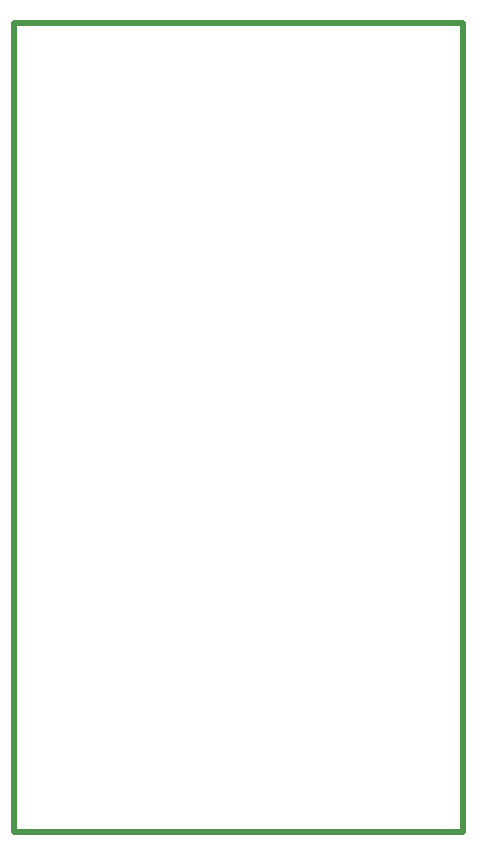
<source format=gko>
G04*
G04 #@! TF.GenerationSoftware,Altium Limited,Altium Designer,21.3.2 (30)*
G04*
G04 Layer_Color=16711935*
%FSTAX24Y24*%
%MOIN*%
G70*
G04*
G04 #@! TF.SameCoordinates,17C352DC-52FB-4B9E-A555-A73132B06FB7*
G04*
G04*
G04 #@! TF.FilePolarity,Positive*
G04*
G01*
G75*
%ADD86C,0.0200*%
D86*
X051831Y040271D02*
X051831Y01333D01*
X036874Y040271D02*
X051831D01*
X036874Y01333D02*
X051831D01*
X036874Y040271D02*
X036874Y01333D01*
M02*

</source>
